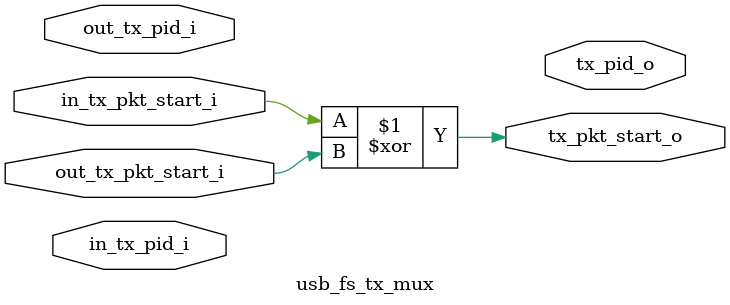
<source format=sv>

module usb_fs_tx_mux (
  // interface to IN Protocol Engine
  input  logic in_tx_pkt_start_i,
  input  logic [3:0] in_tx_pid_i,

  // interface to OUT Protocol Engine
  input  logic out_tx_pkt_start_i,
  input  logic [3:0] out_tx_pid_i,

  // interface to tx module
  output logic tx_pkt_start_o,
  output logic [3:0] tx_pid_o
);

  assign tx_pkt_start_o = in_tx_pkt_start_i ^ out_tx_pkt_start_i; // BUG_8: Inserted logic_bug bug
  // assign tx_pid_o       = out_tx_pkt_start_i ? out_tx_pid_i : in_tx_pid_i; // BUG_7: Inserted missing_assignment bug

endmodule
</source>
